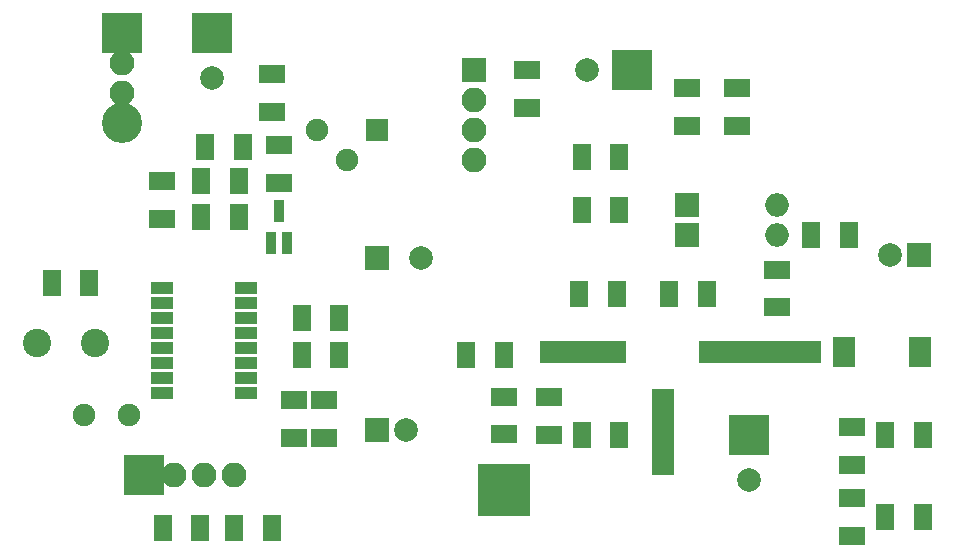
<source format=gbr>
G04 #@! TF.GenerationSoftware,KiCad,Pcbnew,no-vcs-found-c6d0075~61~ubuntu17.10.1*
G04 #@! TF.CreationDate,2018-02-05T23:49:34+03:00*
G04 #@! TF.ProjectId,tsa5512-pll,747361353531322D706C6C2E6B696361,rev?*
G04 #@! TF.SameCoordinates,Original*
G04 #@! TF.FileFunction,Soldermask,Top*
G04 #@! TF.FilePolarity,Negative*
%FSLAX46Y46*%
G04 Gerber Fmt 4.6, Leading zero omitted, Abs format (unit mm)*
G04 Created by KiCad (PCBNEW no-vcs-found-c6d0075~61~ubuntu17.10.1) date Mon Feb  5 23:49:34 2018*
%MOMM*%
%LPD*%
G01*
G04 APERTURE LIST*
%ADD10C,1.900000*%
%ADD11R,1.900000X1.900000*%
%ADD12C,2.000000*%
%ADD13R,3.400000X3.400000*%
%ADD14R,2.000000X2.000000*%
%ADD15R,1.645000X2.200000*%
%ADD16R,2.200000X1.645000*%
%ADD17O,2.000000X2.000000*%
%ADD18R,1.900000X2.600000*%
%ADD19R,0.850000X1.900000*%
%ADD20R,7.400000X1.900000*%
%ADD21R,1.900000X7.400000*%
%ADD22R,10.400000X1.900000*%
%ADD23R,1.900000X1.000000*%
%ADD24C,2.400000*%
%ADD25O,3.400000X3.400000*%
%ADD26O,2.100000X2.100000*%
%ADD27R,2.100000X2.100000*%
%ADD28R,4.400000X4.400000*%
G04 APERTURE END LIST*
D10*
X93726000Y-208534000D03*
X91186000Y-205994000D03*
D11*
X96266000Y-205994000D03*
D10*
X71501000Y-230124000D03*
X75311000Y-230124000D03*
D12*
X114056000Y-200914000D03*
D13*
X117856000Y-200914000D03*
X82296000Y-197739000D03*
D12*
X82296000Y-201539000D03*
X139712282Y-216512930D03*
D14*
X142212282Y-216512930D03*
D15*
X81397000Y-213360000D03*
X84582000Y-213360000D03*
X139349782Y-231752930D03*
X142534782Y-231752930D03*
D16*
X78105000Y-213487000D03*
X78105000Y-210302000D03*
D15*
X142534782Y-238737930D03*
X139349782Y-238737930D03*
X93101000Y-225044000D03*
X89916000Y-225044000D03*
X93101000Y-221869000D03*
X89916000Y-221869000D03*
D12*
X100066000Y-216789000D03*
D14*
X96266000Y-216789000D03*
X96266000Y-231394000D03*
D12*
X98766000Y-231394000D03*
D15*
X68765500Y-218948000D03*
X71950500Y-218948000D03*
D16*
X91821000Y-228854000D03*
X91821000Y-232039000D03*
X89281000Y-228844000D03*
X89281000Y-232029000D03*
D13*
X127762000Y-231775000D03*
D12*
X127762000Y-235575000D03*
D15*
X113627282Y-231752930D03*
X116812282Y-231752930D03*
X124216000Y-219837000D03*
X121031000Y-219837000D03*
X113401000Y-219837000D03*
X116586000Y-219837000D03*
D16*
X130147282Y-217782930D03*
X130147282Y-220967930D03*
X126746000Y-205623000D03*
X126746000Y-202438000D03*
D15*
X116812282Y-208257930D03*
X113627282Y-208257930D03*
D14*
X122527282Y-214884000D03*
D17*
X130147282Y-214884000D03*
X130147282Y-212344000D03*
D14*
X122527282Y-212344000D03*
D18*
X142262282Y-224767930D03*
X135862282Y-224767930D03*
D19*
X87346000Y-215519000D03*
X88646000Y-215519000D03*
X87996000Y-212859000D03*
D20*
X113757282Y-224767930D03*
D21*
X120557282Y-231567930D03*
D22*
X128757282Y-224767930D03*
D16*
X88011000Y-210449000D03*
X88011000Y-207264000D03*
D15*
X84201000Y-239649000D03*
X87386000Y-239649000D03*
X78163500Y-239649000D03*
X81348500Y-239649000D03*
X84582000Y-210312000D03*
X81397000Y-210312000D03*
D16*
X136497282Y-234292930D03*
X136497282Y-231107930D03*
X136497282Y-237145430D03*
X136497282Y-240330430D03*
X110871000Y-228567930D03*
X110871000Y-231752930D03*
D15*
X107061000Y-225044000D03*
X103876000Y-225044000D03*
X136271000Y-214884000D03*
X133086000Y-214884000D03*
D16*
X122555000Y-202428000D03*
X122555000Y-205613000D03*
D15*
X116812282Y-212702930D03*
X113627282Y-212702930D03*
D16*
X108966000Y-200904000D03*
X108966000Y-204089000D03*
D23*
X78111000Y-219329000D03*
X78111000Y-220599000D03*
X78111000Y-221869000D03*
X78111000Y-223139000D03*
X78111000Y-224409000D03*
X78111000Y-225679000D03*
X78111000Y-226949000D03*
X78111000Y-228219000D03*
X85211000Y-228219000D03*
X85211000Y-226949000D03*
X85211000Y-225679000D03*
X85211000Y-224409000D03*
X85211000Y-223139000D03*
X85211000Y-221869000D03*
X85211000Y-220599000D03*
X85211000Y-219329000D03*
D24*
X72390000Y-224028000D03*
X67510000Y-224028000D03*
D25*
X74676000Y-205359000D03*
D26*
X74676000Y-202819000D03*
X74676000Y-200279000D03*
D13*
X74676000Y-197739000D03*
X76581000Y-235204000D03*
D26*
X79121000Y-235204000D03*
X81661000Y-235204000D03*
X84201000Y-235204000D03*
D27*
X104521000Y-200914000D03*
D26*
X104521000Y-203454000D03*
X104521000Y-205994000D03*
X104521000Y-208534000D03*
D16*
X107061000Y-228531500D03*
X107061000Y-231716500D03*
D28*
X107061000Y-236474000D03*
D16*
X87376000Y-204411500D03*
X87376000Y-201226500D03*
D15*
X84958501Y-207426646D03*
X81773501Y-207426646D03*
M02*

</source>
